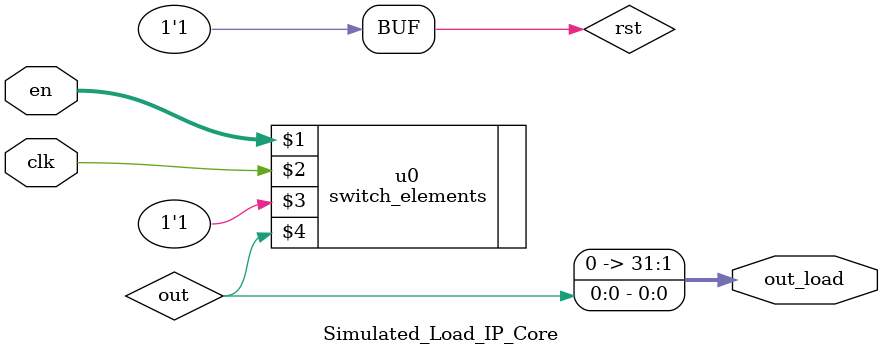
<source format=v>
`timescale 1ns / 1ps



module Simulated_Load_IP_Core(
    input  [31:0] en,
    input clk,
    output [31:0] out_load
    );
    

    parameter NUM_OF_COARSE_MODULES = 9;
    parameter NUM_OF_FINE_MODULES = 9;
    parameter SIZE_PER_COARSE_MODULE = 1000;
    parameter SIZE_PER_FINE_MODULE = 100;
    localparam NUM_OF_MODULES = NUM_OF_COARSE_MODULES + NUM_OF_FINE_MODULES;
    
  wire rst = 1'b1;
  wire out;
  switch_elements u0(en, clk, rst, out);
  assign out_load = out;
    
    //assign out_load = output_xor[NUM_OF_MODULES];

endmodule


</source>
